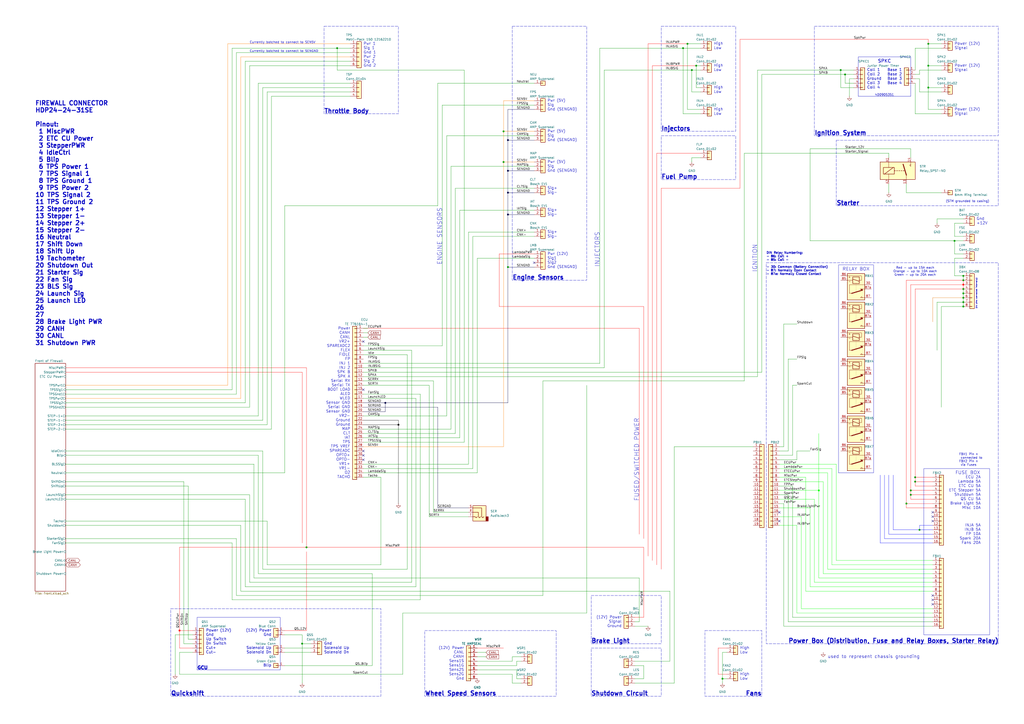
<source format=kicad_sch>
(kicad_sch (version 20250114) (generator "eeschema") (generator_version "9.0")
  (paper "A2")
  (title_block (title "FBR25 Loom - Electrical Diagram") (company "Full Blue Racing"))
  (rectangle (start 486.41 153.67) (end 506.73 274.32))
  (rectangle (start 99.06 353.06) (end 220.98 403.86) (stroke (width 0) (type dash)))
  (rectangle (start 246.38 365.76) (end 322.58 403.86) (stroke (width 0) (type dash)))
  (rectangle (start 472.44 15.24) (end 579.12 78.74) (stroke (width 0) (type dash)))
  (rectangle (start 485.14 81.28) (end 579.12 119.38) (stroke (width 0) (type dash)))
  (rectangle (start 114.3 358.14) (end 162.56 388.62))
  (rectangle (start 342.9 375.92) (end 383.54 403.86) (stroke (width 0) (type dash)))
  (rectangle (start 497.84 33.02) (end 528.32 55.88))
  (rectangle (start 342.9 345.44) (end 383.54 373.38) (stroke (width 0) (type dash)))
  (rectangle (start 408.94 365.76) (end 441.96 403.86) (stroke (width 0) (type dash)))
  (rectangle (start 444.5 152.4) (end 579.12 373.38) (stroke (width 0) (type dash)))
  (rectangle (start 383.54 15.24) (end 426.72 76.2) (stroke (width 0) (type dash)))
  (rectangle (start 187.96 15.24) (end 231.14 66.04) (stroke (width 0) (type dash)))
  (rectangle (start 297.18 15.24) (end 340.36 162.56) (stroke (width 0) (type dash)))
  (rectangle (start 535.94 271.78) (end 574.04 368.3))
  (rectangle (start 383.54 78.74) (end 426.72 104.14) (stroke (width 0) (type dash)))
  (text "High\nLow" (at 414.02 64.77 0) (effects (font (size 1.5748 1.5748)) (justify left)))
  (text "Sig+\nSig-\n " (at 317.5 137.16 0) (effects (font (size 1.5748 1.5748)) (justify left)))
  (text "Pwr (5V)\nSig\nGnd (SENGND)" (at 317.5 96.52 0) (effects (font (size 1.5748 1.5748)) (justify left)))
  (text "INJECTORS" (at 347.98 144.78 90) (effects (font (size 2.54 2.54)) (justify bottom)))
  (text "Sig+\nSig-" (at 317.5 123.19 0) (effects (font (size 1.5748 1.5748)) (justify left)))
  (text "ECU 2A\nLambda 5A\nETC CU 5A\nETC Stepper 5A\nShutdown 5A\nQS CU 5A\nBrake Light 5A\nMisc 10A\n\n\n\nINJA 5A\nINJB 5A\nFP 10A\nSpark 20A\nFans 20A\n " (at 568.96 297.18 0) (effects (font (size 1.5748 1.5748)) (justify right)))
  (text "(12V) Power\nCANL\nCANH\nSens1S\nSens1G\nSens2S\nSens2G\nGnd\n " (at 269.24 386.08 0) (effects (font (size 1.5748 1.5748)) (justify right)))
  (text "GCU" (at 114.3 388.62 0) (effects (font (size 1.905 1.905) (thickness 0.508) (bold yes)) (justify left bottom)))
  (text "(STM grounded to casing)" (at 548.64 116.84 0) (effects (font (size 1.27 1.27)) (justify left)))
  (text "Power (12V)\nSignal\n " (at 553.72 66.04 0) (effects (font (size 1.5748 1.5748)) (justify left)))
  (text "used to represent chassis grounding" (at 480.06 381 0) (effects (font (size 1.905 1.905) (thickness 0.1588)) (justify left)))
  (text "FBX1 Pin n \n connected to \nFBX2 Pin n\n via Fuses" (at 556.26 266.7 0) (effects (font (size 1.27 1.27)) (justify left)))
  (text "ENGINE SENSORS" (at 256.54 137.16 90) (effects (font (size 2.54 2.54)) (justify bottom)))
  (text "Power (12V)\nGnd\nUp Switch\nDn Switch\nCut+\nCut-\n " (at 119.38 373.38 0) (effects (font (size 1.5748 1.5748) (thickness 0.1969)) (justify left)))
  (text "Blip" (at 157.48 386.08 0) (effects (font (size 1.5748 1.5748) (thickness 0.1969)) (justify right)))
  (text "Power (12V)\nSignal\n " (at 553.72 40.64 0) (effects (font (size 1.5748 1.5748)) (justify left)))
  (text "Pwr (5V)\nSig\nGnd (SENGND)" (at 317.5 60.96 0) (effects (font (size 1.5748 1.5748)) (justify left)))
  (text "Sig+\nSig-\n " (at 317.5 111.76 0) (effects (font (size 1.5748 1.5748)) (justify left)))
  (text "(12V) Power\nGnd\n " (at 157.48 368.3 0) (effects (font (size 1.5748 1.5748) (thickness 0.1969)) (justify right)))
  (text "(12V) Power\nSignal\nGround" (at 360.68 360.68 0) (effects (font (size 1.5748 1.5748)) (justify right)))
  (text "Power Box (Distribution, Fuse and Relay Boxes, Starter Relay)" (at 457.2 373.38 0) (effects (font (size 2.54 2.54) (thickness 0.508) (bold yes)) (justify left bottom)))
  (text "Starter" (at 485.14 119.38 0) (effects (font (size 2.54 2.54) (thickness 0.508) (bold yes)) (justify left bottom)))
  (text "4D0905351" (at 513.08 55.88 0) (effects (font (size 1.27 1.27)) (justify bottom)))
  (text "Fans" (at 441.96 403.86 0) (effects (font (size 2.54 2.54) (thickness 0.508) (bold yes)) (justify right bottom)))
  (text "High\nLow" (at 429.26 377.19 0) (effects (font (size 1.5748 1.5748)) (justify left)))
  (text "Solenoid Up\nSolenoid Dn\n " (at 157.48 378.46 0) (effects (font (size 1.5748 1.5748) (thickness 0.1969)) (justify right)))
  (text "Fuel Pump" (at 383.54 104.14 0) (effects (font (size 2.54 2.54) (thickness 0.508) (bold yes)) (justify left bottom)))
  (text "Quickshift" (at 99.06 403.86 0) (effects (font (size 2.54 2.54) (thickness 0.508) (bold yes)) (justify left bottom)))
  (text "IGNITION" (at 439.42 149.86 90) (effects (font (size 2.54 2.54)) (justify bottom)))
  (text "Pwr (5V)\nSig\nGnd (SENGND)" (at 317.5 78.74 0) (effects (font (size 1.5748 1.5748)) (justify left)))
  (text "Currently botched to connect to SEN5V" (at 144.78 25.4 0) (effects (font (size 1.27 1.27)) (justify left bottom)))
  (text "Gnd\nSolenoid Up\nSolenoid Dn" (at 187.96 375.92 0) (effects (font (size 1.5748 1.5748) (thickness 0.1969)) (justify left)))
  (text "Pwr 1\nSig 1\nGnd 1\nPwr 2\nSig 2\nGnd 2\n " (at 210.82 33.02 0) (effects (font (size 1.5748 1.5748)) (justify left)))
  (text "(All pins connected internally)" (at 566.42 170.18 90) (effects (font (size 0.762 0.762))))
  (text "Currently botched to connect to SENGND" (at 144.78 30.48 0) (effects (font (size 1.27 1.27)) (justify left bottom)))
  (text "FIREWALL CONNECTOR\nHDP24-24-31SE\n\nPinout:\n 1 MiscPWR\n 2 ETC CU Power\n 3 StepperPWR\n 4 IdleCtrl\n 5 Blip\n 6 TPS Power 1\n 7 TPS Signal 1\n 8 TPS Ground 1\n 9 TPS Power 2\n10 TPS Signal 2\n11 TPS Ground 2\n12 Stepper 1+\n13 Stepper 1-\n14 Stepper 2+\n15 Stepper 2-\n16 Neutral\n17 Shift Down\n18 Shift Up\n19 Tachometer\n20 Shutdown Out\n21 Starter Sig\n22 Fan Sig\n23 BLS Sig\n24 Launch Sig\n25 Launch LED\n26 \n27 \n28 Brake Light PWR\n29 CANH\n30 CANL\n31 Shutdown PWR" (at 20.32 129.54 0) (effects (font (size 2.54 2.54) (thickness 0.508) (bold yes)) (justify left)))
  (text "High\nLow" (at 414.02 39.37 0) (effects (font (size 1.5748 1.5748)) (justify left)))
  (text "Red - up to 15A each\nOrange - up to 10A each\nGreen - up to 20A each" (at 530.86 157.48 0) (effects (font (size 1.27 1.27))))
  (text "Pwr (12V)\nSig1\nSig2\nGnd (SENGND)\n " (at 317.5 152.4 0) (effects (font (size 1.5748 1.5748)) (justify left)))
  (text "Base 1\nBase 2\nBase 3\nBase 4\n " (at 523.24 45.72 0) (effects (font (size 1.5748 1.5748) (thickness 0.1969)) (justify right)))
  (text "RELAY BOX" (at 496.57 156.21 0) (effects (font (size 1.905 1.905))))
  (text "Shutdown Circuit" (at 342.9 403.86 0) (effects (font (size 2.54 2.54) (thickness 0.508) (bold yes)) (justify left bottom)))
  (text "SPKC" (at 513.08 35.56 0) (effects (font (size 1.905 1.905) (thickness 0.254) (bold yes))))
  (text "FUSE BOX" (at 561.34 274.32 0) (effects (font (size 1.905 1.905))))
  (text "High\nLow" (at 414.02 52.07 0) (effects (font (size 1.5748 1.5748)) (justify left)))
  (text "High\nLow" (at 414.02 26.67 0) (effects (font (size 1.5748 1.5748)) (justify left)))
  (text "Wheel Speed Sensors" (at 246.38 403.86 0) (effects (font (size 2.54 2.54) (thickness 0.508) (bold yes)) (justify left bottom)))
  (text "Ignition System" (at 472.44 78.74 0) (effects (font (size 2.54 2.54) (thickness 0.508) (bold yes)) (justify left bottom)))
  (text "Brake Light" (at 342.9 373.38 0) (effects (font (size 2.54 2.54) (thickness 0.508) (bold yes)) (justify left bottom)))
  (text "Power (12V)\nSignal\n " (at 553.72 27.94 0) (effects (font (size 1.5748 1.5748)) (justify left)))
  (text "DIN Relay Numbering:\n- 86: Coil +\n- 85: Coil -\n\n- 30: Common (Battery Connection)\n- 87: Normally Open Contact\n- 87a: Normally Closed Contact" (at 444.5 146.05 0) (effects (font (size 1.27 1.27) (thickness 0.254) (bold yes)) (justify left top)))
  (text "Throttle Body" (at 187.96 66.04 0) (effects (font (size 2.54 2.54) (thickness 0.508) (bold yes)) (justify left bottom)))
  (text "Engine Sensors" (at 297.18 162.56 0) (effects (font (size 2.54 2.54) (thickness 0.508) (bold yes)) (justify left bottom)))
  (text "High\nLow" (at 429.26 392.43 0) (effects (font (size 1.5748 1.5748)) (justify left)))
  (text "Power\nCANH\nCANL\nVR2+\nSPAREADC2\nFLEX\nFIDLE\nFP\nINJ 1\nINJ 2\nSPK B\nSPK A\nSerial RX\nSerial TX\nBOOT LOAD\nALED\nWLED\nSensor GND\nSerial GND\nSensor GND\nVR2-\nGround\nGround\nMAP\nCLT\nIAT\nTPS\nTPS VREF\nSPAREADC\nOPTO+\nOPTO-\nVR1+\nVR1-\nO2\nTACHO" (at 203.2 233.68 0) (effects (font (size 1.5748 1.5748)) (justify right)))
  (text "Injectors" (at 383.54 76.2 0) (effects (font (size 2.54 2.54) (thickness 0.508) (bold yes)) (justify left bottom)))
  (text "Gnd\n+12V\n " (at 566.42 129.54 0) (effects (font (size 1.5748 1.5748)) (justify left)))
  (text "Coll 1\nColl 2\nGround\nColl 3\nColl 4" (at 502.92 45.72 0) (effects (font (size 1.5748 1.5748) (thickness 0.1969)) (justify left)))
  (text "FUSED/SWITCHED POWER" (at 370.84 266.7 90) (effects (font (size 2.54 2.54)) (justify bottom)))
  (junction (at 104.14 365.76) (color 255 0 0 1))
  (junction (at 528.32 284.48))
  (junction (at 538.48 50.8))
  (junction (at 558.8 175.26))
  (junction (at 558.8 177.8))
  (junction (at 294.64 154.94))
  (junction (at 294.64 99.06) (color 0 0 64 1))
  (junction (at 175.26 373.38))
  (junction (at 558.8 160.02))
  (junction (at 396.24 27.94))
  (junction (at 294.64 111.76) (color 0 0 64 1))
  (junction (at 487.68 40.64))
  (junction (at 403.86 38.1))
  (junction (at 530.86 276.86))
  (junction (at 223.52 233.68) (color 0 0 64 1))
  (junction (at 292.1 76.2))
  (junction (at 294.64 124.46) (color 0 0 64 1))
  (junction (at 528.32 287.02))
  (junction (at 177.8 317.5))
  (junction (at 419.1 393.7))
  (junction (at 558.8 162.56))
  (junction (at 538.48 38.1))
  (junction (at 525.78 292.1))
  (junction (at 398.78 25.4))
  (junction (at 558.8 170.18))
  (junction (at 195.58 27.94))
  (junction (at 490.22 43.18))
  (junction (at 533.4 307.34))
  (junction (at 558.8 172.72))
  (junction (at 474.98 284.48) (color 0 255 0 1))
  (junction (at 530.86 279.4))
  (junction (at 401.32 40.64))
  (junction (at 292.1 93.98))
  (junction (at 294.64 81.28) (color 0 0 64 1))
  (junction (at 553.72 139.7))
  (junction (at 538.48 25.4))
  (junction (at 558.8 165.1) (color 255 0 0 1))
  (junction (at 231.14 246.38) (color 1 1 1 1))
  (junction (at 558.8 167.64))
  (no_connect (at 210.82 226.06))
  (no_connect (at 210.82 198.12))
  (no_connect (at 210.82 261.62))
  (no_connect (at 452.12 297.18))
  (no_connect (at 210.82 264.16))
  (no_connect (at 541.02 345.44))
  (no_connect (at 541.02 347.98))
  (no_connect (at 541.02 297.18))
  (no_connect (at 210.82 266.7))
  (no_connect (at 452.12 302.26))
  (no_connect (at 541.02 350.52))
  (no_connect (at 541.02 302.26))
  (no_connect (at 309.88 152.4))
  (no_connect (at 541.02 299.72))
  (wire (pts (xy 210.82 205.74) (xy 236.22 205.74)))
  (wire (pts (xy 294.64 111.76) (xy 294.64 124.46)) (stroke (width 0) (color 0 0 64 1)))
  (wire (pts (xy 177.8 317.5) (xy 177.8 213.36)) (stroke (width 0) (color 255 0 0 1)))
  (wire (pts (xy 530.86 281.94) (xy 541.02 281.94)) (stroke (width 0) (color 255 0 0 1)))
  (wire (pts (xy 309.88 99.06) (xy 294.64 99.06)) (stroke (width 0) (color 0 0 64 1)))
  (wire (pts (xy 299.72 386.08) (xy 276.86 386.08)))
  (wire (pts (xy 462.28 261.62) (xy 462.28 266.7)))
  (wire (pts (xy 541.02 342.9) (xy 467.36 342.9)) (stroke (width 0) (color 0 255 0 1)))
  (wire (pts (xy 350.52 40.64) (xy 350.52 213.36)))
  (wire (pts (xy 558.8 160.02) (xy 558.8 162.56)))
  (wire (pts (xy 452.12 269.24) (xy 485.14 269.24)) (stroke (width 0) (color 0 255 0 1)))
  (wire (pts (xy 558.8 127) (xy 543.56 127)))
  (wire (pts (xy 340.36 223.52) (xy 340.36 355.6)))
  (wire (pts (xy 525.78 111.76) (xy 546.1 111.76)))
  (wire (pts (xy 396.24 27.94) (xy 406.4 27.94)))
  (wire (pts (xy 165.1 274.32) (xy 38.1 274.32)))
  (wire (pts (xy 261.62 96.52) (xy 261.62 248.92)))
  (wire (pts (xy 421.64 391.16) (xy 416.56 391.16)) (stroke (width 0) (color 255 0 0 1)))
  (wire (pts (xy 515.62 106.68) (xy 515.62 111.76)))
  (wire (pts (xy 154.94 53.34) (xy 203.2 53.34)))
  (wire (pts (xy 137.16 228.6) (xy 38.1 228.6)))
  (wire (pts (xy 421.64 378.46) (xy 419.1 378.46)))
  (wire (pts (xy 292.1 93.98) (xy 309.88 93.98)) (stroke (width 0) (color 255 127 0 1)))
  (wire (pts (xy 350.52 213.36) (xy 210.82 213.36)))
  (wire (pts (xy 38.1 241.3) (xy 149.86 241.3)))
  (wire (pts (xy 302.26 383.54) (xy 299.72 383.54)))
  (wire (pts (xy 546.1 38.1) (xy 538.48 38.1)))
  (wire (pts (xy 294.64 81.28) (xy 294.64 99.06)) (stroke (width 0) (color 0 0 64 1)))
  (wire (pts (xy 137.16 345.44) (xy 137.16 312.42)))
  (wire (pts (xy 309.88 96.52) (xy 261.62 96.52)))
  (wire (pts (xy 309.88 134.62) (xy 271.78 134.62)))
  (wire (pts (xy 485.14 325.12) (xy 541.02 325.12)) (stroke (width 0) (color 0 255 0 1)))
  (wire (pts (xy 431.8 88.9) (xy 515.62 88.9)))
  (wire (pts (xy 553.72 149.86) (xy 553.72 160.02)))
  (wire (pts (xy 137.16 30.48) (xy 137.16 228.6)))
  (wire (pts (xy 469.9 86.36) (xy 528.32 86.36)))
  (wire (pts (xy 558.8 177.8) (xy 546.1 177.8)))
  (wire (pts (xy 530.86 279.4) (xy 541.02 279.4)) (stroke (width 0) (color 255 0 0 1)))
  (wire (pts (xy 274.32 137.16) (xy 309.88 137.16)))
  (wire (pts (xy 528.32 287.02) (xy 528.32 289.56)) (stroke (width 0) (color 255 0 0 1)))
  (wire (pts (xy 259.08 78.74) (xy 309.88 78.74)))
  (wire (pts (xy 165.1 375.92) (xy 180.34 375.92)))
  (wire (pts (xy 132.08 223.52) (xy 38.1 223.52)) (stroke (width 0) (color 255 127 0 1)))
  (wire (pts (xy 378.46 38.1) (xy 403.86 38.1)) (stroke (width 0) (color 255 0 0 1)))
  (wire (pts (xy 210.82 251.46) (xy 264.16 251.46)))
  (wire (pts (xy 528.32 165.1) (xy 528.32 284.48)) (stroke (width 0) (color 255 0 0 1)))
  (wire (pts (xy 492.76 45.72) (xy 495.3 45.72)))
  (wire (pts (xy 289.56 177.8) (xy 373.38 177.8)) (stroke (width 0) (color 255 0 0 1)))
  (wire (pts (xy 111.76 368.3) (xy 101.6 368.3)))
  (wire (pts (xy 292.1 76.2) (xy 292.1 93.98)) (stroke (width 0) (color 255 127 0 1)))
  (wire (pts (xy 401.32 91.44) (xy 401.32 93.98)))
  (wire (pts (xy 149.86 332.74) (xy 149.86 264.16)))
  (wire (pts (xy 294.64 111.76) (xy 309.88 111.76)) (stroke (width 0) (color 0 0 64 1)))
  (wire (pts (xy 274.32 271.78) (xy 274.32 137.16)))
  (wire (pts (xy 165.1 365.76) (xy 177.8 365.76)) (stroke (width 0) (color 255 0 0 1)))
  (wire (pts (xy 309.88 109.22) (xy 264.16 109.22)))
  (wire (pts (xy 525.78 292.1) (xy 541.02 292.1)) (stroke (width 0) (color 255 0 0 1)))
  (wire (pts (xy 210.82 246.38) (xy 231.14 246.38)) (stroke (width 0) (color 1 1 1 1)))
  (wire (pts (xy 558.8 167.64) (xy 530.86 167.64)) (stroke (width 0) (color 255 0 0 1)))
  (wire (pts (xy 149.86 264.16) (xy 38.1 264.16)))
  (wire (pts (xy 38.1 287.02) (xy 144.78 287.02)))
  (wire (pts (xy 210.82 274.32) (xy 276.86 274.32)))
  (wire (pts (xy 142.24 340.36) (xy 241.3 340.36)))
  (wire (pts (xy 243.84 228.6) (xy 243.84 347.98)))
  (wire (pts (xy 467.36 276.86) (xy 452.12 276.86)) (stroke (width 0) (color 0 255 0 1)))
  (wire (pts (xy 558.8 165.1) (xy 528.32 165.1)) (stroke (width 0) (color 255 0 0 1)))
  (wire (pts (xy 276.86 383.54) (xy 297.18 383.54)))
  (wire (pts (xy 251.46 297.18) (xy 271.78 297.18)))
  (wire (pts (xy 142.24 233.68) (xy 38.1 233.68)))
  (wire (pts (xy 297.18 381) (xy 302.26 381)))
  (wire (pts (xy 401.32 53.34) (xy 401.32 40.64)))
  (wire (pts (xy 220.98 327.66) (xy 154.94 327.66)))
  (wire (pts (xy 553.72 137.16) (xy 558.8 137.16)))
  (wire (pts (xy 546.1 63.5) (xy 538.48 63.5)))
  (wire (pts (xy 254 294.64) (xy 254 236.22)) (stroke (width 0) (color 0 0 64 1)))
  (wire (pts (xy 256.54 200.66) (xy 256.54 60.96)))
  (wire (pts (xy 546.1 25.4) (xy 538.48 25.4)))
  (wire (pts (xy 388.62 383.54) (xy 388.62 342.9)))
  (wire (pts (xy 533.4 45.72) (xy 533.4 53.34)))
  (wire (pts (xy 482.6 271.78) (xy 482.6 327.66)) (stroke (width 0) (color 0 255 0 1)))
  (wire (pts (xy 203.2 30.48) (xy 137.16 30.48)))
  (wire (pts (xy 459.74 281.94) (xy 452.12 281.94)))
  (wire (pts (xy 370.84 335.28) (xy 147.32 335.28)))
  (wire (pts (xy 416.56 391.16) (xy 416.56 375.92)) (stroke (width 0) (color 255 0 0 1)))
  (wire (pts (xy 104.14 365.76) (xy 111.76 365.76)) (stroke (width 0) (color 255 0 0 1)))
  (wire (pts (xy 281.94 381) (xy 276.86 381)))
  (wire (pts (xy 210.82 203.2) (xy 238.76 203.2)))
  (wire (pts (xy 104.14 317.5) (xy 104.14 365.76)) (stroke (width 0) (color 255 0 0 1)))
  (wire (pts (xy 233.68 355.6) (xy 340.36 355.6)))
  (wire (pts (xy 487.68 40.64) (xy 487.68 50.8)))
  (wire (pts (xy 375.92 25.4) (xy 398.78 25.4)) (stroke (width 0) (color 255 0 0 1)))
  (wire (pts (xy 439.42 40.64) (xy 487.68 40.64)))
  (wire (pts (xy 469.9 294.64) (xy 452.12 294.64)) (stroke (width 0) (color 0 255 0 1)))
  (wire (pts (xy 147.32 269.24) (xy 38.1 269.24)))
  (wire (pts (xy 271.78 294.64) (xy 254 294.64)) (stroke (width 0) (color 0 0 64 1)))
  (wire (pts (xy 236.22 205.74) (xy 236.22 330.2)))
  (wire (pts (xy 294.64 154.94) (xy 294.64 233.68)) (stroke (width 0) (color 0 0 64 1)))
  (wire (pts (xy 541.02 304.8) (xy 533.4 304.8)) (stroke (width 0) (color 0 0 255 1)))
  (wire (pts (xy 210.82 233.68) (xy 223.52 233.68)) (stroke (width 0) (color 0 0 64 1)))
  (wire (pts (xy 518.16 275.59) (xy 518.16 307.34)) (stroke (width 0) (color 0 2 251 1)))
  (wire (pts (xy 452.12 259.08) (xy 454.66 259.08)))
  (wire (pts (xy 241.3 231.14) (xy 241.3 340.36)))
  (wire (pts (xy 210.82 190.5) (xy 213.36 190.5)))
  (wire (pts (xy 302.26 396.24) (xy 297.18 396.24)))
  (wire (pts (xy 157.48 55.88) (xy 157.48 248.92)))
  (wire (pts (xy 106.68 373.38) (xy 111.76 373.38)))
  (wire (pts (xy 210.82 231.14) (xy 241.3 231.14)))
  (wire (pts (xy 403.86 38.1) (xy 406.4 38.1)))
  (wire (pts (xy 406.4 53.34) (xy 401.32 53.34)))
  (wire (pts (xy 213.36 193.04) (xy 210.82 193.04)))
  (wire (pts (xy 154.94 246.38) (xy 154.94 53.34)))
  (wire (pts (xy 38.1 289.56) (xy 142.24 289.56)))
  (wire (pts (xy 419.1 393.7) (xy 421.64 393.7)))
  (wire (pts (xy 439.42 40.64) (xy 439.42 218.44)))
  (wire (pts (xy 269.24 256.54) (xy 210.82 256.54)))
  (wire (pts (xy 391.16 396.24) (xy 391.16 259.08)))
  (wire (pts (xy 248.92 299.72) (xy 248.92 223.52)))
  (wire (pts (xy 309.88 58.42) (xy 292.1 58.42)) (stroke (width 0) (color 255 127 0 1)))
  (wire (pts (xy 175.26 314.96) (xy 175.26 215.9)) (stroke (width 0) (color 255 0 0 1)))
  (wire (pts (xy 149.86 48.26) (xy 203.2 48.26)))
  (wire (pts (xy 482.6 327.66) (xy 541.02 327.66)) (stroke (width 0) (color 0 255 0 1)))
  (wire (pts (xy 480.06 274.32) (xy 452.12 274.32)) (stroke (width 0) (color 0 255 0 1)))
  (wire (pts (xy 510.54 275.59) (xy 510.54 314.96)) (stroke (width 0) (color 0 2 251 1)))
  (wire (pts (xy 177.8 317.5) (xy 104.14 317.5)) (stroke (width 0) (color 255 0 0 1)))
  (wire (pts (xy 309.88 147.32) (xy 289.56 147.32)) (stroke (width 0) (color 255 0 0 1)))
  (wire (pts (xy 233.68 391.16) (xy 233.68 355.6)))
  (wire (pts (xy 294.64 124.46) (xy 309.88 124.46)) (stroke (width 0) (color 0 0 64 1)))
  (wire (pts (xy 210.82 241.3) (xy 259.08 241.3)))
  (wire (pts (xy 515.62 91.44) (xy 515.62 88.9)))
  (wire (pts (xy 541.02 330.2) (xy 480.06 330.2)) (stroke (width 0) (color 0 255 0 1)))
  (wire (pts (xy 454.66 363.22) (xy 454.66 292.1)))
  (wire (pts (xy 276.86 274.32) (xy 276.86 149.86)))
  (wire (pts (xy 541.02 360.68) (xy 457.2 360.68)))
  (wire (pts (xy 454.66 259.08) (xy 454.66 187.96)))
  (wire (pts (xy 152.4 50.8) (xy 203.2 50.8)))
  (wire (pts (xy 210.82 190.5) (xy 370.84 190.5)) (stroke (width 0) (color 255 0 0 1)))
  (wire (pts (xy 104.14 375.92) (xy 111.76 375.92)) (stroke (width 0) (color 255 0 0 1)))
  (wire (pts (xy 398.78 25.4) (xy 406.4 25.4)))
  (wire (pts (xy 541.02 340.36) (xy 469.9 340.36)) (stroke (width 0) (color 0 255 0 1)))
  (wire (pts (xy 541.02 172.72) (xy 558.8 172.72)) (stroke (width 0) (color 226 113 0 1)))
  (wire (pts (xy 210.82 271.78) (xy 274.32 271.78)))
  (wire (pts (xy 292.1 93.98) (xy 292.1 259.08)) (stroke (width 0) (color 255 127 0 1)))
  (wire (pts (xy 104.14 378.46) (xy 104.14 391.16)))
  (wire (pts (xy 111.76 378.46) (xy 104.14 378.46)))
  (wire (pts (xy 152.4 330.2) (xy 152.4 261.62)))
  (wire (pts (xy 254 119.38) (xy 165.1 119.38)))
  (wire (pts (xy 139.7 342.9) (xy 139.7 304.8)))
  (wire (pts (xy 538.48 38.1) (xy 538.48 25.4)))
  (wire (pts (xy 175.26 373.38) (xy 175.26 396.24)))
  (wire (pts (xy 541.02 307.34) (xy 533.4 307.34)) (stroke (width 0) (color 0 0 255 1)))
  (wire (pts (xy 541.02 353.06) (xy 464.82 353.06)) (stroke (width 0) (color 0 255 0 1)))
  (wire (pts (xy 210.82 228.6) (xy 243.84 228.6)))
  (wire (pts (xy 525.78 162.56) (xy 525.78 292.1)) (stroke (width 0) (color 255 0 0 1)))
  (wire (pts (xy 538.48 25.4) (xy 538.48 22.86)) (stroke (width 0) (color 255 0 0 1)))
  (wire (pts (xy 530.86 45.72) (xy 533.4 45.72)))
  (wire (pts (xy 490.22 43.18) (xy 490.22 48.26)))
  (wire (pts (xy 403.86 50.8) (xy 406.4 50.8)))
  (wire (pts (xy 528.32 287.02) (xy 541.02 287.02)) (stroke (width 0) (color 255 0 0 1)))
  (wire (pts (xy 464.82 353.06) (xy 464.82 299.72)) (stroke (width 0) (color 0 255 0 1)))
  (wire (pts (xy 368.3 396.24) (xy 391.16 396.24)))
  (wire (pts (xy 154.94 327.66) (xy 154.94 302.26)))
  (wire (pts (xy 558.8 162.56) (xy 558.8 165.1)) (stroke (width 0) (color 255 0 0 1)))
  (wire (pts (xy 528.32 284.48) (xy 528.32 287.02)) (stroke (width 0) (color 255 0 0 1)))
  (wire (pts (xy 525.78 294.64) (xy 541.02 294.64)) (stroke (width 0) (color 255 0 0 1)))
  (wire (pts (xy 309.88 81.28) (xy 294.64 81.28)) (stroke (width 0) (color 0 0 64 1)))
  (wire (pts (xy 429.26 22.86) (xy 429.26 109.22)) (stroke (width 0) (color 255 0 0 1)))
  (wire (pts (xy 276.86 388.62) (xy 299.72 388.62)))
  (wire (pts (xy 541.02 337.82) (xy 472.44 337.82)) (stroke (width 0) (color 0 255 0 1)))
  (wire (pts (xy 469.9 86.36) (xy 469.9 139.7)))
  (wire (pts (xy 525.78 292.1) (xy 525.78 294.64)) (stroke (width 0) (color 255 0 0 1)))
  (wire (pts (xy 165.1 368.3) (xy 175.26 368.3)))
  (wire (pts (xy 149.86 241.3) (xy 149.86 48.26)))
  (wire (pts (xy 472.44 337.82) (xy 472.44 289.56)) (stroke (width 0) (color 0 255 0 1)))
  (wire (pts (xy 292.1 76.2) (xy 292.1 58.42)) (stroke (width 0) (color 255 127 0 1)))
  (wire (pts (xy 297.18 383.54) (xy 297.18 381)))
  (wire (pts (xy 38.1 226.06) (xy 134.62 226.06)))
  (wire (pts (xy 111.76 370.84) (xy 109.22 370.84)))
  (wire (pts (xy 543.56 175.26) (xy 558.8 175.26)))
  (wire (pts (xy 403.86 38.1) (xy 403.86 50.8)))
  (wire (pts (xy 137.16 312.42) (xy 38.1 312.42)))
  (wire (pts (xy 106.68 279.4) (xy 106.68 373.38)))
  (wire (pts (xy 457.2 208.28) (xy 457.2 261.62)))
  (wire (pts (xy 373.38 393.7) (xy 368.3 393.7)))
  (wire (pts (xy 462.28 355.6) (xy 462.28 304.8)) (stroke (width 0) (color 0 255 0 1)))
  (wire (pts (xy 528.32 284.48) (xy 541.02 284.48)) (stroke (width 0) (color 255 0 0 1)))
  (wire (pts (xy 558.8 149.86) (xy 553.72 149.86)))
  (wire (pts (xy 480.06 330.2) (xy 480.06 274.32)) (stroke (width 0) (color 0 255 0 1)))
  (wire (pts (xy 144.78 337.82) (xy 238.76 337.82)))
  (wire (pts (xy 210.82 220.98) (xy 251.46 220.98)))
  (wire (pts (xy 289.56 147.32) (xy 289.56 177.8)) (stroke (width 0) (color 255 0 0 1)))
  (wire (pts (xy 472.44 289.56) (xy 452.12 289.56)) (stroke (width 0) (color 0 255 0 1)))
  (wire (pts (xy 276.86 149.86) (xy 309.88 149.86)))
  (wire (pts (xy 231.14 243.84) (xy 231.14 246.38)) (stroke (width 0) (color 1 1 1 1)))
  (wire (pts (xy 142.24 35.56) (xy 142.24 233.68)))
  (wire (pts (xy 541.02 358.14) (xy 459.74 358.14)))
  (wire (pts (xy 513.08 312.42) (xy 541.02 312.42)) (stroke (width 0) (color 0 2 251 1)))
  (wire (pts (xy 454.66 187.96) (xy 462.28 187.96)))
  (wire (pts (xy 558.8 172.72) (xy 558.8 175.26)))
  (wire (pts (xy 38.1 236.22) (xy 144.78 236.22)))
  (wire (pts (xy 553.72 160.02) (xy 558.8 160.02)))
  (wire (pts (xy 215.9 332.74) (xy 149.86 332.74)))
  (wire (pts (xy 134.62 27.94) (xy 195.58 27.94)))
  (wire (pts (xy 401.32 40.64) (xy 406.4 40.64)))
  (wire (pts (xy 203.2 55.88) (xy 157.48 55.88)))
  (wire (pts (xy 525.78 106.68) (xy 525.78 111.76)))
  (wire (pts (xy 373.38 317.5) (xy 373.38 358.14)) (stroke (width 0) (color 255 0 0 1)))
  (wire (pts (xy 406.4 91.44) (xy 401.32 91.44)))
  (wire (pts (xy 175.26 215.9) (xy 38.1 215.9)) (stroke (width 0) (color 255 0 0 1)))
  (wire (pts (xy 419.1 378.46) (xy 419.1 393.7)))
  (wire (pts (xy 457.2 287.02) (xy 452.12 287.02)))
  (wire (pts (xy 515.62 275.59) (xy 515.62 309.88)) (stroke (width 0) (color 0 2 251 1)))
  (wire (pts (xy 530.86 48.26) (xy 530.86 66.04)))
  (wire (pts (xy 157.48 248.92) (xy 38.1 248.92)))
  (wire (pts (xy 299.72 383.54) (xy 299.72 386.08)))
  (wire (pts (xy 530.86 43.18) (xy 533.4 43.18)))
  (wire (pts (xy 441.96 43.18) (xy 490.22 43.18)))
  (wire (pts (xy 370.84 335.28) (xy 370.84 360.68)))
  (wire (pts (xy 238.76 203.2) (xy 238.76 337.82)))
  (wire (pts (xy 38.1 231.14) (xy 139.7 231.14)) (stroke (width 0) (color 255 127 0 1)))
  (wire (pts (xy 271.78 269.24) (xy 210.82 269.24)))
  (wire (pts (xy 541.02 332.74) (xy 477.52 332.74)) (stroke (width 0) (color 0 255 0 1)))
  (wire (pts (xy 254 236.22) (xy 210.82 236.22)) (stroke (width 0) (color 0 0 64 1)))
  (wire (pts (xy 467.36 342.9) (xy 467.36 276.86)) (stroke (width 0) (color 0 255 0 1)))
  (wire (pts (xy 231.14 246.38) (xy 231.14 292.1)) (stroke (width 0) (color 1 1 1 1)))
  (wire (pts (xy 558.8 139.7) (xy 553.72 139.7)))
  (wire (pts (xy 203.2 25.4) (xy 132.08 25.4)) (stroke (width 0) (color 255 127 0 1)))
  (wire (pts (xy 144.78 236.22) (xy 144.78 38.1)))
  (wire (pts (xy 144.78 287.02) (xy 144.78 337.82)))
  (wire (pts (xy 195.58 40.64) (xy 195.58 27.94)))
  (wire (pts (xy 254 48.26) (xy 254 119.38)))
  (wire (pts (xy 528.32 86.36) (xy 528.32 91.44)))
  (wire (pts (xy 541.02 363.22) (xy 454.66 363.22)))
  (wire (pts (xy 492.76 55.88) (xy 492.76 45.72)))
  (wire (pts (xy 546.1 50.8) (xy 538.48 50.8)))
  (wire (pts (xy 220.98 276.86) (xy 220.98 327.66)))
  (wire (pts (xy 248.92 223.52) (xy 210.82 223.52)))
  (wire (pts (xy 439.42 218.44) (xy 210.82 218.44)))
  (wire (pts (xy 373.38 177.8) (xy 373.38 312.42)) (stroke (width 0) (color 255 0 0 1)))
  (wire (pts (xy 266.7 121.92) (xy 266.7 254)))
  (wire (pts (xy 383.54 109.22) (xy 383.54 330.2)) (stroke (width 0) (color 255 0 0 1)))
  (wire (pts (xy 469.9 340.36) (xy 469.9 294.64)) (stroke (width 0) (color 0 255 0 1)))
  (wire (pts (xy 271.78 134.62) (xy 271.78 269.24)))
  (wire (pts (xy 495.3 50.8) (xy 487.68 50.8)))
  (wire (pts (xy 452.12 271.78) (xy 482.6 271.78)) (stroke (width 0) (color 0 255 0 1)))
  (wire (pts (xy 457.2 360.68) (xy 457.2 287.02)))
  (wire (pts (xy 533.4 53.34) (xy 546.1 53.34)))
  (wire (pts (xy 139.7 33.02) (xy 203.2 33.02)) (stroke (width 0) (color 255 127 0 1)))
  (wire (pts (xy 152.4 50.8) (xy 152.4 243.84)))
  (wire (pts (xy 558.8 167.64) (xy 558.8 170.18)))
  (wire (pts (xy 309.88 63.5) (xy 294.64 63.5)) (stroke (width 0) (color 0 0 64 1)))
  (wire (pts (xy 533.4 304.8) (xy 533.4 307.34)) (stroke (width 0) (color 0 0 255 1)))
  (wire (pts (xy 459.74 223.52) (xy 459.74 264.16)))
  (wire (pts (xy 154.94 302.26) (xy 38.1 302.26)))
  (wire (pts (xy 541.02 355.6) (xy 462.28 355.6)) (stroke (width 0) (color 0 255 0 1)))
  (wire (pts (xy 388.62 342.9) (xy 139.7 342.9)))
  (wire (pts (xy 518.16 307.34) (xy 533.4 307.34)) (stroke (width 0) (color 0 2 251 1)))
  (wire (pts (xy 553.72 147.32) (xy 558.8 147.32)))
  (wire (pts (xy 459.74 223.52) (xy 462.28 223.52)))
  (wire (pts (xy 474.98 335.28) (xy 474.98 284.48)) (stroke (width 0) (color 0 255 0 1)))
  (wire (pts (xy 269.24 40.64) (xy 269.24 256.54)))
  (wire (pts (xy 477.52 332.74) (xy 477.52 279.4)) (stroke (width 0) (color 0 255 0 1)))
  (wire (pts (xy 152.4 261.62) (xy 38.1 261.62)))
  (wire (pts (xy 144.78 38.1) (xy 203.2 38.1)))
  (wire (pts (xy 553.72 129.54) (xy 553.72 137.16)))
  (wire (pts (xy 368.3 363.22) (xy 375.92 363.22)))
  (wire (pts (xy 391.16 259.08) (xy 436.88 259.08)))
  (wire (pts (xy 261.62 248.92) (xy 210.82 248.92)))
  (wire (pts (xy 558.8 129.54) (xy 553.72 129.54)))
  (wire (pts (xy 210.82 254) (xy 266.7 254)))
  (wire (pts (xy 210.82 210.82) (xy 347.98 210.82)))
  (wire (pts (xy 477.52 279.4) (xy 452.12 279.4)) (stroke (width 0) (color 0 255 0 1)))
  (wire (pts (xy 175.26 373.38) (xy 180.34 373.38)))
  (wire (pts (xy 370.84 190.5) (xy 370.84 309.88)) (stroke (width 0) (color 255 0 0 1)))
  (wire (pts (xy 513.08 275.59) (xy 513.08 312.42)) (stroke (width 0) (color 0 2 251 1)))
  (wire (pts (xy 299.72 388.62) (xy 299.72 393.7)))
  (wire (pts (xy 195.58 27.94) (xy 203.2 27.94)))
  (wire (pts (xy 165.1 386.08) (xy 215.9 386.08)))
  (wire (pts (xy 416.56 375.92) (xy 421.64 375.92)) (stroke (width 0) (color 255 0 0 1)))
  (wire (pts (xy 210.82 259.08) (xy 292.1 259.08)) (stroke (width 0) (color 255 127 0 1)))
  (wire (pts (xy 541.02 335.28) (xy 474.98 335.28)) (stroke (width 0) (color 0 255 0 1)))
  (wire (pts (xy 490.22 48.26) (xy 495.3 48.26)))
  (wire (pts (xy 38.1 246.38) (xy 154.94 246.38)))
  (wire (pts (xy 541.02 309.88) (xy 515.62 309.88)) (stroke (width 0) (color 0 2 251 1)))
  (wire (pts (xy 177.8 317.5) (xy 373.38 317.5)) (stroke (width 0) (color 255 0 0 1)))
  (wire (pts (xy 530.86 66.04) (xy 546.1 66.04)))
  (wire (pts (xy 309.88 76.2) (xy 292.1 76.2)) (stroke (width 0) (color 255 127 0 1)))
  (wire (pts (xy 269.24 40.64) (xy 195.58 40.64)))
  (wire (pts (xy 223.52 238.76) (xy 223.52 233.68)) (stroke (width 0) (color 0 0 64 1)))
  (wire (pts (xy 299.72 393.7) (xy 302.26 393.7)))
  (wire (pts (xy 259.08 241.3) (xy 259.08 78.74)))
  (wire (pts (xy 474.98 284.48) (xy 452.12 284.48)) (stroke (width 0) (color 0 255 0 1)))
  (wire (pts (xy 375.92 25.4) (xy 375.92 322.58)) (stroke (width 0) (color 255 0 0 1)))
  (wire (pts (xy 152.4 243.84) (xy 38.1 243.84)))
  (wire (pts (xy 553.72 139.7) (xy 553.72 147.32)))
  (wire (pts (xy 429.26 22.86) (xy 538.48 22.86)) (stroke (width 0) (color 255 0 0 1)))
  (wire (pts (xy 530.86 276.86) (xy 530.86 279.4)) (stroke (width 0) (color 255 0 0 1)))
  (wire (pts (xy 175.26 368.3) (xy 175.26 373.38)))
  (wire (pts (xy 538.48 50.8) (xy 538.48 38.1)))
  (wire (pts (xy 314.96 345.44) (xy 137.16 345.44)))
  (wire (pts (xy 558.8 162.56) (xy 525.78 162.56)) (stroke (width 0) (color 255 0 0 1)))
  (wire (pts (xy 378.46 38.1) (xy 378.46 325.12)) (stroke (width 0) (color 255 0 0 1)))
  (wire (pts (xy 462.28 266.7) (xy 452.12 266.7)))
  (wire (pts (xy 347.98 27.94) (xy 396.24 27.94)))
  (wire (pts (xy 147.32 269.24) (xy 147.32 335.28)))
  (wire (pts (xy 264.16 109.22) (xy 264.16 251.46)))
  (wire (pts (xy 292.1 375.92) (xy 276.86 375.92)) (stroke (width 0) (color 255 0 0 1)))
  (wire (pts (xy 223.52 233.68) (xy 294.64 233.68)) (stroke (width 0) (color 0 0 64 1)))
  (wire (pts (xy 104.14 365.76) (xy 104.14 375.92)) (stroke (width 0) (color 255 0 0 1)))
  (wire (pts (xy 294.64 99.06) (xy 294.64 111.76)) (stroke (width 0) (color 0 0 64 1)))
  (wire (pts (xy 530.86 276.86) (xy 541.02 276.86)) (stroke (width 0) (color 255 0 0 1)))
  (wire (pts (xy 528.32 289.56) (xy 541.02 289.56)) (stroke (width 0) (color 255 0 0 1)))
  (wire (pts (xy 546.1 177.8) (xy 546.1 236.22)))
  (wire (pts (xy 294.64 63.5) (xy 294.64 81.28)) (stroke (width 0) (color 0 0 64 1)))
  (wire (pts (xy 314.96 220.98) (xy 314.96 345.44)))
  (wire (pts (xy 368.3 358.14) (xy 373.38 358.14)) (stroke (width 0) (color 255 0 0 1)))
  (wire (pts (xy 132.08 25.4) (xy 132.08 223.52)) (stroke (width 0) (color 255 127 0 1)))
  (wire (pts (xy 294.64 124.46) (xy 294.64 154.94)) (stroke (width 0) (color 0 0 64 1)))
  (wire (pts (xy 38.1 281.94) (xy 109.22 281.94)))
  (wire (pts (xy 373.38 386.08) (xy 373.38 393.7)))
  (wire (pts (xy 452.12 304.8) (xy 462.28 304.8)) (stroke (width 0) (color 0 255 0 1)))
  (wire (pts (xy 459.74 264.16) (xy 452.12 264.16)))
  (wire (pts (xy 546.1 27.94) (xy 530.86 27.94)))
  (wire (pts (xy 487.68 40.64) (xy 495.3 40.64)))
  (wire (pts (xy 543.56 127) (xy 543.56 129.54)))
  (wire (pts (xy 490.22 43.18) (xy 495.3 43.18)))
  (wire (pts (xy 457.2 208.28) (xy 462.28 208.28)))
  (wire (pts (xy 350.52 40.64) (xy 401.32 40.64)))
  (wire (pts (xy 406.4 63.5) (xy 398.78 63.5)))
  (wire (pts (xy 530.86 167.64) (xy 530.86 276.86)) (stroke (width 0) (color 255 0 0 1)))
  (wire (pts (xy 541.02 186.69) (xy 541.02 172.72)) (stroke (width 0) (color 226 113 0 1)))
  (wire (pts (xy 368.3 386.08) (xy 373.38 386.08)))
  (wire (pts (xy 457.2 261.62) (xy 452.12 261.62)))
  (wire (pts (xy 538.48 63.5) (xy 538.48 50.8)))
  (wire (pts (xy 254 48.26) (xy 309.88 48.26)))
  (wire (pts (xy 101.6 368.3) (xy 101.6 391.16)))
  (wire (pts (xy 210.82 276.86) (xy 220.98 276.86)))
  (wire (pts (xy 165.1 378.46) (xy 180.34 378.46)))
  (wire (pts (xy 297.18 391.16) (xy 276.86 391.16)))
  (wire (pts (xy 533.4 43.18) (xy 533.4 40.64)))
  (wire (pts (xy 558.8 175.26) (xy 558.8 177.8)))
  (wire (pts (xy 106.68 279.4) (xy 38.1 279.4)))
  (wire (pts (xy 281.94 378.46) (xy 276.86 378.46)))
  (wire (pts (xy 452.12 299.72) (xy 464.82 299.72)) (stroke (width 0) (color 0 255 0 1)))
  (wire (pts (xy 347.98 27.94) (xy 347.98 210.82)))
  (wire (pts (xy 429.26 109.22) (xy 383.54 109.22)) (stroke (width 0) (color 255 0 0 1)))
  (wire (pts (xy 134.62 314.96) (xy 38.1 314.96)))
  (wire (pts (xy 213.36 195.58) (xy 210.82 195.58)))
  (wire (pts (xy 203.2 35.56) (xy 142.24 35.56)))
  (wire (pts (xy 109.22 281.94) (xy 109.22 370.84)))
  (wire (pts (xy 142.24 289.56) (xy 142.24 340.36)))
  (wire (pts (xy 474.98 251.46) (xy 474.98 284.48)) (stroke (width 0) (color 0 255 0 1)))
  (wire (pts (xy 541.02 314.96) (xy 510.54 314.96)) (stroke (width 0) (color 0 2 251 1)))
  (wire (pts (xy 210.82 200.66) (xy 256.54 200.66)))
  (wire (pts (xy 210.82 215.9) (xy 441.96 215.9)))
  (wire (pts (xy 368.3 383.54) (xy 388.62 383.54)))
  (wire (pts (xy 558.8 165.1) (xy 558.8 167.64)) (stroke (width 0) (color 255 0 0 1)))
  (wire (pts (xy 530.86 279.4) (xy 530.86 281.94)) (stroke (width 0) (color 255 0 0 1)))
  (wire (pts (xy 431.8 88.9) (xy 431.8 220.98)))
  (wire (pts (xy 419.1 393.7) (xy 419.1 396.24)))
  (wire (pts (xy 104.14 391.16) (xy 233.68 391.16)))
  (wire (pts (xy 294.64 154.94) (xy 309.88 154.94)) (stroke (width 0) (color 0 0 64 1)))
  (wire (pts (xy 134.62 226.06) (xy 134.62 27.94)))
  (wire (pts (xy 396.24 66.04) (xy 396.24 27.94)))
  (wire (pts (xy 139.7 304.8) (xy 38.1 304.8)))
  (wire (pts (xy 210.82 238.76) (xy 223.52 238.76)) (stroke (width 0) (color 0 0 64 1)))
  (wire (pts (xy 266.7 121.92) (xy 309.88 121.92)))
  (wire (pts (xy 398.78 25.4) (xy 398.78 63.5)))
  (wire (pts (xy 530.86 27.94) (xy 530.86 40.64)))
  (wire (pts (xy 251.46 220.98) (xy 251.46 297.18)))
  (wire (pts (xy 459.74 358.14) (xy 459.74 281.94)))
  (wire (pts (xy 256.54 60.96) (xy 309.88 60.96)))
  (wire (pts (xy 210.82 243.84) (xy 231.14 243.84)) (stroke (width 0) (color 1 1 1 1)))
  (wire (pts (xy 370.84 360.68) (xy 368.3 360.68)))
  (wire (pts (xy 406.4 88.9) (xy 381 88.9)) (stroke (width 0) (color 255 0 0 1)))
  (wire (pts (xy 236.22 330.2) (xy 152.4 330.2)))
  (wire (pts (xy 485.14 269.24) (xy 485.14 325.12)) (stroke (width 0) (color 0 255 0 1)))
  (wire (pts (xy 177.8 320.04) (xy 177.8 365.76)) (stroke (width 0) (color 255 0 0 1)))
  (wire (pts (xy 558.8 170.18) (xy 558.8 172.72)))
  (wire (pts (xy 441.96 215.9) (xy 441.96 43.18)))
  (wire (pts (xy 469.9 139.7) (xy 553.72 139.7)))
  (wire (pts (xy 243.84 347.98) (xy 134.62 347.98)))
  (wire (pts (xy 431.8 220.98) (xy 314.96 220.98)))
  (wire (pts (xy 381 88.9) (xy 381 327.66)) (stroke (width 0) (color 255 0 0 1)))
  (wire (pts (xy 271.78 299.72) (xy 248.92 299.72)))
  (wire (pts (xy 134.62 347.98) (xy 134.62 314.96)))
  (wire (pts (xy 139.7 231.14) (xy 139.7 33.02)) (stroke (width 0) (color 255 127 0 1)))
  (wire (pts (xy 454.66 292.1) (xy 452.12 292.1)))
  (wire (pts (xy 177.8 213.36) (xy 38.1 213.36)) (stroke (width 0) (color 255 0 0 1)))
  (wire (pts (xy 297.18 396.24) (xy 297.18 391.16)))
  (wire (pts (xy 406.4 66.04) (xy 396.24 66.04)))
  (wire (pts (xy 533.4 40.64) (xy 546.1 40.64)))
  (wire (pts (xy 165.1 119.38) (xy 165.1 274.32)))
  (wire (pts (xy 215.9 332.74) (xy 215.9 386.08)))
  (wire (pts (xy 543.56 203.2) (xy 543.56 175.26)))
  (wire (pts (xy 462.28 261.62) (xy 469.9 261.62)))
  (label "Idle" (at 213.36 205.74 0))
  (label "SENGND" (at 213.36 233.68 0))
  (label "MiscPWR" (at 281.94 375.92 0))
  (label "SENGND" (at 299.72 124.46 0))
  (label "Starter_Signal" (at 490.22 88.9 0))
  (label "SPKA" (at 213.36 218.44 0))
  (label "LambdaPWR" (at 297.18 147.32 0))
  (label "QSCUPwr" (at 454.66 289.56 0))
  (label "CAMSig" (at 299.72 78.74 0))
  (label "INJASIG" (at 386.08 27.94 0))
  (label "SPKA" (at 474.98 40.64 0))
  (label "LambdaPwr" (at 454.66 271.78 0))
  (label "MAPSig" (at 299.72 96.52 0))
  (label "FPSSig" (at 213.36 200.66 0))
  (label "LaunchLED" (at 213.36 231.14 0))
  (label "TPS1Sig" (at 213.36 256.54 0))
  (label "Starter_12V" (at 490.22 86.36 0))
  (label "SENGND" (at 299.72 99.06 0))
  (label "Neutral" (at 299.72 48.26 0))
  (label "SPKB" (at 474.98 43.18 0))
  (label "CNK+" (at 213.36 269.24 0))
  (label "CAMSig" (at 213.36 241.3 0))
  (label "INJASIG" (at 213.36 210.82 0))
  (label "SEN5V" (at 299.72 93.98 0))
  (label "INJBSIG" (at 213.36 213.36 0))
  (label "SEN5V" (at 213.2522 259.08 0))
  (label "CNK+" (at 299.72 134.62 0))
  (label "SparkCut" (at 462.28 223.52 0))
  (label "CNK-" (at 213.36 271.78 0))
  (label "SparkCut" (at 213.36 391.16 180))
  (label "FanPwr" (at 454.66 292.1 0))
  (label "SERRX" (at 251.46 297.18 0))
  (label "SERTX" (at 248.92 299.72 0))
  (label "IATSig" (at 213.36 254 0))
  (label "SENGND" (at 299.72 154.94 0))
  (label "ShiftUp" (at 109.22 355.6 270))
  (label "INJAPwr" (at 462.28 299.72 0))
  (label "CNK-" (at 299.72 137.16 0))
  (label "LambdaSig" (at 297.18 149.86 0))
  (label "ETCCUPwr" (at 454.66 274.32 0))
  (label "SpkPwr" (at 495.3 22.86 0))
  (label "FPSig" (at 213.36 208.28 0))
  (label "FPSSig" (at 299.72 60.96 0))
  (label "INJBPWR" (at 386.08 38.1 0))
  (label "SEN5V" (at 299.72 58.42 0))
  (label "QS_12V" (at 177.8 365.76 180))
  (label "ECUPWR" (at 213.36 190.5 0))
  (label "CLTSig" (at 299.72 109.22 0))
  (label "QS_Blip" (at 213.36 386.08 180))
  (label "SENGND" (at 299.72 81.28 0))
  (label "ShutdownPwr" (at 454.66 284.48 0))
  (label "INJAPWR" (at 386.08 25.4 0))
  (label "SENGND" (at 299.72 63.5 0))
  (label "SERGND" (at 213.36 236.22 0))
  (label "LaunchSig" (at 213.36 203.2 0))
  (label "SERGND" (at 254 294.64 0))
  (label "BrakeLightPwr" (at 462.28 294.64 0))
  (label "ECUPwr" (at 454.66 269.24 0))
  (label "SENGND" (at 299.72 111.76 0))
  (label "SparkPwr" (at 454.66 287.02 0))
  (label "MiscPwr" (at 454.66 276.86 0))
  (label "SPKB" (at 213.36 215.9 0))
  (label "MiscPWR" (at 223.52 317.5 0))
  (label "ShiftDn" (at 106.68 355.6 270))
  (label "QSCUPwr" (at 104.14 355.6 270))
  (label "ETCStepPwr" (at 454.66 279.4 0))
  (label "FPPwr" (at 454.66 281.94 0))
  (label "IATSig" (at 299.72 121.92 0))
  (label "Tacho" (at 213.36 276.86 0))
  (label "SEN5V" (at 299.72 76.2 0))
  (label "SERRX" (at 213.36 220.98 0))
  (label "INJBSIG" (at 386.08 40.64 0))
  (label "INJBPwr" (at 462.28 304.8 0))
  (label "CLTSig" (at 213.36 251.46 0))
  (label "SENGND" (at 213.36 238.76 0))
  (label "FanSig" (at 213.36 228.6 0))
  (label "MiscPWR" (at 373.38 342.9 270))
  (label "LambdaSig" (at 213.36 274.32 0))
  (label "FanSig" (at 469.9 261.62 0))
  (label "MAPSig" (at 213.36 248.92 0))
  (label "FPSig" (at 462.28 208.28 0))
  (label "Shutdown" (at 462.28 187.96 0))
  (label "SERTX" (at 213.36 223.52 0))
  (global_label "CANL" (shape bidirectional) (at 38.1 325.12 0) (property "Intersheetrefs" "${INTERSHEET_REFS}" (effects (hide yes))))
  (global_label "CANL" (shape input) (at 213.36 195.58 0) (effects (font (thickness 0.1588))) (property "Intersheetrefs" "${INTERSHEET_REFS}" (effects (hide yes))))
  (global_label "CANH" (shape input) (at 213.36 193.04 0) (effects (font (thickness 0.1588))) (property "Intersheetrefs" "${INTERSHEET_REFS}" (effects (hide yes))))
  (global_label "CANL" (shape input) (at 281.94 378.46 0) (effects (font (thickness 0.1588))) (property "Intersheetrefs" "${INTERSHEET_REFS}" (effects (hide yes))))
  (global_label "CANH" (shape input) (at 281.94 381 0) (effects (font (thickness 0.1588))) (property "Intersheetrefs" "${INTERSHEET_REFS}" (effects (hide yes))))
  (global_label "CANH" (shape bidirectional) (at 38.1 327.66 0) (property "Intersheetrefs" "${INTERSHEET_REFS}" (effects (hide yes))))
  (symbol (lib_id "Connector_Generic:Conn_01x08") (at 271.78 383.54 0) (mirror y) (unit 1)
    (property "Reference" "WSR" (at 279.4 370.84 0) (effects (justify left)))
    (property "Value" "TE AMPSEAL" (at 279.4 373.38 0) (effects (justify left)))
    (property "Description" "Generic connector, single row, 01x08, script generated (kicad-library-utils/schlib/autogen/connector/)" (effects (hide yes)))
  )
  (symbol (lib_id "Connector_Audio:AudioJack3") (at 276.86 297.18 0) (mirror y) (unit 1)
    (property "Reference" "SER" (at 284.48 296.5449 0) (effects (justify right)))
    (property "Value" "AudioJack3" (at 284.48 299.0849 0) (effects (justify right)))
    (property "Description" "Audio Jack, 3 Poles (Stereo / TRS)" (effects (hide yes)))
  )
  (symbol (lib_id "Connector_Generic:Conn_01x02") (at 551.18 50.8 0) (unit 1)
    (property "Reference" "SPK3" (at 543.56 45.72 0) (effects (justify left)))
    (property "Value" "Conn_01x02" (at 543.56 48.26 0) (effects (justify left)))
    (property "Description" "Generic connector, single row, 01x02, script generated (kicad-library-utils/schlib/autogen/connector/)" (effects (hide yes)))
  )
  (symbol (lib_id "Relay:Relay_SPST-NO") (at 520.7 99.06 0) (unit 1)
    (property "Reference" "STR" (at 533.4 96.52 0) (effects (justify left)))
    (property "Value" "Relay_SPST-NO" (at 533.4 99.06 0) (effects (justify left)))
    (property "Description" "Relay SPST, normally open, EN50005" (effects (hide yes)))
  )
  (symbol (lib_id "Connector_Generic:Conn_01x02") (at 563.88 147.32 0) (unit 1)
    (property "Reference" "LVM" (at 556.26 142.24 0) (effects (justify left)))
    (property "Value" "Conn_01x02" (at 556.26 144.78 0) (effects (justify left)))
    (property "Description" "Generic connector, single row, 01x02, script generated (kicad-library-utils/schlib/autogen/connector/)" (effects (hide yes)))
  )
  (symbol (lib_id "Connector_Generic:Conn_01x02") (at 411.48 25.4 0) (unit 1)
    (property "Reference" "INJ1" (at 403.86 20.32 0) (effects (justify left)))
    (property "Value" "Conn_01x02" (at 403.86 22.86 0) (effects (justify left)))
    (property "Description" "Generic connector, single row, 01x02, script generated (kicad-library-utils/schlib/autogen/connector/)" (effects (hide yes)))
  )
  (symbol (lib_id "Connector_Generic:Conn_01x01") (at 160.02 386.08 0) (mirror y) (unit 1)
    (property "Reference" "QS4" (at 160.02 381 0) (effects (justify left)))
    (property "Value" "Green Conn" (at 160.02 383.54 0) (effects (justify left)))
    (property "Description" "Generic connector, single row, 01x01, script generated (kicad-library-utils/schlib/autogen/connector/)" (effects (hide yes)))
  )
  (symbol (lib_id "power:GND") (at 375.92 363.22 0) (unit 1)
    (property "Reference" "#PWR012" (effects (hide yes)))
    (property "Value" "GND" (at 375.92 368.3 0))
    (property "Description" "Power symbol creates a global label with name \"GND\" , ground" (effects (hide yes)))
  )
  (symbol (lib_id "Connector_Generic:Conn_01x16") (at 546.1 342.9 0) (unit 1)
    (property "Reference" "FBX1" (at 541.02 322.58 0) (effects (justify left)))
    (property "Value" "Conn_01x16" (effects (hide yes)))
    (property "Description" "Generic connector, single row, 01x16, script generated (kicad-library-utils/schlib/autogen/connector/)" (effects (hide yes)))
  )
  (symbol (lib_id "power:GND") (at 419.1 396.24 0) (unit 1)
    (property "Reference" "#PWR08" (effects (hide yes)))
    (property "Value" "GND" (at 419.1 401.32 0))
    (property "Description" "Power symbol creates a global label with name \"GND\" , ground" (effects (hide yes)))
  )
  (symbol (lib_id "Connector_Generic:Conn_01x01") (at 551.18 111.76 0) (unit 1)
    (property "Reference" "STM" (at 553.72 110.4899 0) (effects (justify left)))
    (property "Value" "6mm Ring Terminal" (at 553.72 113.0299 0) (effects (justify left)))
    (property "Description" "Generic connector, single row, 01x01, script generated (kicad-library-utils/schlib/autogen/connector/)" (effects (hide yes)))
  )
  (symbol (lib_id "Connector_Generic:Conn_01x03") (at 363.22 360.68 0) (mirror y) (unit 1)
    (property "Reference" "BKL" (at 370.84 353.06 0) (effects (justify left)))
    (property "Value" "Conn_01x03" (at 370.84 355.6 0) (effects (justify left)))
    (property "Description" "Generic connector, single row, 01x03, script generated (kicad-library-utils/schlib/autogen/connector/)" (effects (hide yes)))
  )
  (symbol (lib_id "power:GND") (at 231.14 292.1 0) (unit 1)
    (property "Reference" "#PWR013" (effects (hide yes)))
    (property "Value" "GND" (at 231.14 297.18 0))
    (property "Description" "Power symbol creates a global label with name \"GND\" , ground" (effects (hide yes)))
  )
  (symbol (lib_id "Connector_Generic:Conn_01x02") (at 307.34 393.7 0) (unit 1)
    (property "Reference" "WSR2" (at 299.72 388.62 0) (effects (justify left)))
    (property "Value" "Conn_01x02" (at 299.72 391.16 0) (effects (justify left)))
    (property "Description" "Generic connector, single row, 01x02, script generated (kicad-library-utils/schlib/autogen/connector/)" (effects (hide yes)))
  )
  (symbol (lib_id "Connector_Generic:Conn_01x02") (at 411.48 50.8 0) (unit 1)
    (property "Reference" "INJ3" (at 403.86 45.72 0) (effects (justify left)))
    (property "Value" "Conn_01x02" (at 403.86 48.26 0) (effects (justify left)))
    (property "Description" "Generic connector, single row, 01x02, script generated (kicad-library-utils/schlib/autogen/connector/)" (effects (hide yes)))
  )
  (symbol (lib_id "Connector_Generic:Conn_01x35") (at 205.74 233.68 0) (mirror y) (unit 1)
    (property "Reference" "ECU" (at 213.36 185.42 0) (effects (justify left)))
    (property "Value" "TE 776164-1" (at 213.36 187.96 0) (effects (justify left)))
    (property "Description" "Generic connector, single row, 01x35, script generated (kicad-library-utils/schlib/autogen/connector/)" (effects (hide yes)))
  )
  (symbol (lib_id "power:GND") (at 492.76 55.88 0) (unit 1)
    (property "Reference" "#PWR01" (effects (hide yes)))
    (property "Value" "GND" (at 492.76 60.96 0))
    (property "Description" "Power symbol creates a global label with name \"GND\" , ground" (effects (hide yes)))
  )
  (symbol (lib_id "Connector_Generic:Conn_01x02") (at 411.48 63.5 0) (unit 1)
    (property "Reference" "INJ4" (at 403.86 58.42 0) (effects (justify left)))
    (property "Value" "Conn_01x02" (at 403.86 60.96 0) (effects (justify left)))
    (property "Description" "Generic connector, single row, 01x02, script generated (kicad-library-utils/schlib/autogen/connector/)" (effects (hide yes)))
  )
  (symbol (lib_id "power:GND") (at 101.6 391.16 0) (unit 1)
    (property "Reference" "#PWR09" (effects (hide yes)))
    (property "Value" "GND" (at 101.6 396.24 0))
    (property "Description" "Power symbol creates a global label with name \"GND\" , ground" (effects (hide yes)))
  )
  (symbol (lib_id "power:GND") (at 515.62 111.76 0) (unit 1)
    (property "Reference" "#PWR03" (effects (hide yes)))
    (property "Value" "GND" (at 515.62 116.84 0))
    (property "Description" "Power symbol creates a global label with name \"GND\" , ground" (effects (hide yes)))
  )
  (symbol (lib_id "FBR_Symbols:Relay_SPDT_Automotive") (at 495.3 198.12 0) (unit 1)
    (property "Reference" "RBX3" (at 501.65 193.04 0) (effects (justify left)))
    (property "Value" "Relay_SPDT_Automotive" (effects (hide yes)))
    (property "Description" "Relay SPDT, monostable, EN50005" (effects (hide yes)))
  )
  (symbol (lib_id "Connector_Generic:Conn_01x06") (at 208.28 30.48 0) (unit 1)
    (property "Reference" "TPS" (at 200.66 20.32 0) (effects (justify left)))
    (property "Value" "Metri-Pack 150 12162210" (at 200.66 22.86 0) (effects (justify left)))
    (property "Description" "Generic connector, single row, 01x06, script generated (kicad-library-utils/schlib/autogen/connector/)" (effects (hide yes)))
  )
  (symbol (lib_id "FBR_Symbols:Relay_SPDT_Automotive") (at 495.3 165.1 0) (unit 1)
    (property "Reference" "RBX1" (at 501.65 160.02 0) (effects (justify left)))
    (property "Value" "Relay_SPDT_Automotive" (effects (hide yes)))
    (property "Description" "Relay SPDT, monostable, EN50005" (effects (hide yes)))
  )
  (symbol (lib_id "power:GND") (at 175.26 396.24 0) (unit 1)
    (property "Reference" "#PWR04" (effects (hide yes)))
    (property "Value" "GND" (at 175.26 401.32 0))
    (property "Description" "Power symbol creates a global label with name \"GND\" , ground" (effects (hide yes)))
  )
  (symbol (lib_id "FBR_Symbols:Relay_SPDT_Automotive") (at 495.3 181.61 0) (unit 1)
    (property "Reference" "RBX2" (at 501.65 176.53 0) (effects (justify left)))
    (property "Value" "Relay_SPDT_Automotive" (effects (hide yes)))
    (property "Description" "Relay SPDT, monostable, EN50005" (effects (hide yes)))
  )
  (symbol (lib_id "Connector_Generic:Conn_01x03") (at 314.96 78.74 0) (unit 1)
    (property "Reference" "CAM" (at 307.34 71.12 0) (effects (justify left)))
    (property "Value" "AMP Superseal" (at 307.34 73.66 0) (effects (justify left)))
    (property "Description" "Generic connector, single row, 01x03, script generated (kicad-library-utils/schlib/autogen/connector/)" (effects (hide yes)))
  )
  (symbol (lib_id "Connector_Generic:Conn_01x04") (at 525.78 43.18 0) (mirror y) (unit 1)
    (property "Reference" "SPKC2" (at 528.32 33.02 0) (effects (justify left)))
    (property "Value" "Bosch Jetronic" (effects (hide yes)))
    (property "Description" "Generic connector, single row, 01x04, script generated (kicad-library-utils/schlib/autogen/connector/)" (effects (hide yes)))
  )
  (symbol (lib_id "Connector_Generic:Conn_01x02") (at 160.02 375.92 0) (mirror y) (unit 1)
    (property "Reference" "QS3" (at 160.02 370.84 0) (effects (justify left)))
    (property "Value" "Yellow Conn" (at 160.02 373.38 0) (effects (justify left)))
    (property "Description" "Generic connector, single row, 01x02, script generated (kicad-library-utils/schlib/autogen/connector/)" (effects (hide yes)))
  )
  (symbol (lib_id "Connector_Generic:Conn_01x02") (at 551.18 38.1 0) (unit 1)
    (property "Reference" "SPK2" (at 543.56 33.02 0) (effects (justify left)))
    (property "Value" "Conn_01x02" (at 543.56 35.56 0) (effects (justify left)))
    (property "Description" "Generic connector, single row, 01x02, script generated (kicad-library-utils/schlib/autogen/connector/)" (effects (hide yes)))
  )
  (symbol (lib_id "FBR_Symbols:Relay_SPDT_Automotive") (at 495.3 214.63 0) (unit 1)
    (property "Reference" "RBX4" (at 501.65 209.55 0) (effects (justify left)))
    (property "Value" "Relay_SPDT_Automotive" (effects (hide yes)))
    (property "Description" "Relay SPDT, monostable, EN50005" (effects (hide yes)))
  )
  (symbol (lib_id "Connector_Generic:Conn_01x19") (at 441.96 281.94 0) (unit 1)
    (property "Reference" "PBX1" (at 436.88 256.54 0) (effects (justify left)))
    (property "Value" "Conn_01x19" (effects (hide yes)))
    (property "Description" "Generic connector, single row, 01x19, script generated (kicad-library-utils/schlib/autogen/connector/)" (effects (hide yes)))
  )
  (symbol (lib_id "Connector_Generic:Conn_01x02") (at 314.96 121.92 0) (unit 1)
    (property "Reference" "IAT" (at 307.34 116.84 0) (effects (justify left)))
    (property "Value" "Bosch EV1" (at 307.34 119.38 0) (effects (justify left)))
    (property "Description" "Generic connector, single row, 01x02, script generated (kicad-library-utils/schlib/autogen/connector/)" (effects (hide yes)))
  )
  (symbol (lib_id "Connector_Generic:Conn_01x04") (at 208.28 50.8 0) (unit 1)
    (property "Reference" "TSP" (at 200.66 43.18 0) (effects (justify left)))
    (property "Value" "Conn_01x04" (at 200.66 45.72 0) (effects (justify left)))
    (property "Description" "Generic connector, single row, 01x04, script generated (kicad-library-utils/schlib/autogen/connector/)" (effects (hide yes)))
  )
  (symbol (lib_id "power:GND") (at 401.32 93.98 0) (unit 1)
    (property "Reference" "#PWR05" (effects (hide yes)))
    (property "Value" "GND" (at 401.32 99.06 0))
    (property "Description" "Power symbol creates a global label with name \"GND\" , ground" (effects (hide yes)))
  )
  (symbol (lib_id "Connector_Generic:Conn_01x02") (at 411.48 38.1 0) (unit 1)
    (property "Reference" "INJ2" (at 403.86 33.02 0) (effects (justify left)))
    (property "Value" "Conn_01x02" (at 403.86 35.56 0) (effects (justify left)))
    (property "Description" "Generic connector, single row, 01x02, script generated (kicad-library-utils/schlib/autogen/connector/)" (effects (hide yes)))
  )
  (symbol (lib_id "power:GND") (at 276.86 393.7 0) (unit 1)
    (property "Reference" "#PWR019" (effects (hide yes)))
    (property "Value" "GND" (at 276.86 398.78 0))
    (property "Description" "Power symbol creates a global label with name \"GND\" , ground" (effects (hide yes)))
  )
  (symbol (lib_id "FBR_Symbols:Relay_SPDT_Automotive") (at 495.3 247.65 0) (unit 1)
    (property "Reference" "RBX6" (at 501.65 242.57 0) (effects (justify left)))
    (property "Value" "Relay_SPDT_Automotive" (effects (hide yes)))
    (property "Description" "Relay SPDT, monostable, EN50005" (effects (hide yes)))
  )
  (symbol (lib_id "Connector_Generic:Conn_01x05") (at 500.38 45.72 0) (unit 1)
    (property "Reference" "SPKC1" (at 497.84 35.56 0) (effects (justify left)))
    (property "Value" "Junior Power Timer" (at 502.92 38.1 0) (effects (justify left)))
    (property "Description" "Generic connector, single row, 01x05, script generated (kicad-library-utils/schlib/autogen/connector/)" (effects (hide yes)))
  )
  (symbol (lib_id "Connector_Generic:Conn_01x02") (at 563.88 129.54 0) (mirror x) (unit 1)
    (property "Reference" "BAT" (at 556.26 121.92 0) (effects (justify left)))
    (property "Value" "Conn_01x02" (at 556.26 124.46 0) (effects (justify left)))
    (property "Description" "Generic connector, single row, 01x02, script generated (kicad-library-utils/schlib/autogen/connector/)" (effects (hide yes)))
  )
  (symbol (lib_id "FBR_Symbols:Relay_SPDT_Automotive") (at 495.3 231.14 0) (unit 1)
    (property "Reference" "RBX5" (at 501.65 226.06 0) (effects (justify left)))
    (property "Value" "Relay_SPDT_Automotive" (effects (hide yes)))
    (property "Description" "Relay SPDT, monostable, EN50005" (effects (hide yes)))
  )
  (symbol (lib_id "Connector_Generic:Conn_01x06") (at 116.84 370.84 0) (unit 1)
    (property "Reference" "QS1" (at 116.84 360.68 0) (effects (justify left)))
    (property "Value" "AMP Superseal" (at 116.84 363.22 0) (effects (justify left)))
    (property "Description" "Generic connector, single row, 01x06, script generated (kicad-library-utils/schlib/autogen/connector/)" (effects (hide yes)))
  )
  (symbol (lib_id "Connector_Generic:Conn_01x02") (at 307.34 381 0) (unit 1)
    (property "Reference" "WSR1" (at 299.72 375.92 0) (effects (justify left)))
    (property "Value" "Conn_01x02" (at 299.72 378.46 0) (effects (justify left)))
    (property "Description" "Generic connector, single row, 01x02, script generated (kicad-library-utils/schlib/autogen/connector/)" (effects (hide yes)))
  )
  (symbol (lib_id "Connector_Generic:Conn_01x02") (at 314.96 109.22 0) (unit 1)
    (property "Reference" "CLT" (at 307.34 104.14 0) (effects (justify left)))
    (property "Value" "Bosch EV1" (at 307.34 106.68 0) (effects (justify left)))
    (property "Description" "Generic connector, single row, 01x02, script generated (kicad-library-utils/schlib/autogen/connector/)" (effects (hide yes)))
  )
  (symbol (lib_id "Connector_Generic:Conn_01x02") (at 563.88 137.16 0) (unit 1)
    (property "Reference" "FSE" (at 556.26 132.08 0) (effects (justify left)))
    (property "Value" "Conn_01x02" (at 556.26 134.62 0) (effects (justify left)))
    (property "Description" "Generic connector, single row, 01x02, script generated (kicad-library-utils/schlib/autogen/connector/)" (effects (hide yes)))
  )
  (symbol (lib_id "Connector_Generic:Conn_01x16") (at 546.1 294.64 0) (unit 1)
    (property "Reference" "FBX2" (at 541.02 274.32 0) (effects (justify left)))
    (property "Value" "Conn_01x16" (effects (hide yes)))
    (property "Description" "Generic connector, single row, 01x16, script generated (kicad-library-utils/schlib/autogen/connector/)" (effects (hide yes)))
  )
  (symbol (lib_id "Connector_Generic:Conn_01x04") (at 314.96 149.86 0) (unit 1)
    (property "Reference" "LMB" (at 307.34 142.24 0) (effects (justify left)))
    (property "Value" "AMP Superseal" (at 307.34 144.78 0) (effects (justify left)))
    (property "Description" "Generic connector, single row, 01x04, script generated (kicad-library-utils/schlib/autogen/connector/)" (effects (hide yes)))
  )
  (symbol (lib_id "Connector_Generic:Conn_01x02") (at 363.22 383.54 0) (mirror y) (unit 1)
    (property "Reference" "RES" (at 370.84 378.46 0) (effects (justify left)))
    (property "Value" "Conn_01x02" (at 370.84 381 0) (effects (justify left)))
    (property "Description" "Generic connector, single row, 01x02, script generated (kicad-library-utils/schlib/autogen/connector/)" (effects (hide yes)))
  )
  (symbol (lib_id "Connector_Generic:Conn_01x02") (at 363.22 393.7 0) (mirror y) (unit 1)
    (property "Reference" "LES" (at 370.84 388.62 0) (effects (justify left)))
    (property "Value" "Conn_01x02" (at 370.84 391.16 0) (effects (justify left)))
    (property "Description" "Generic connector, single row, 01x02, script generated (kicad-library-utils/schlib/autogen/connector/)" (effects (hide yes)))
  )
  (symbol (lib_id "Connector_Generic:Conn_01x08") (at 563.88 167.64 0) (unit 1)
    (property "Reference" "DBX" (at 556.26 154.94 0) (effects (justify left)))
    (property "Value" "Conn_01x08" (at 556.26 157.48 0) (effects (justify left)))
    (property "Description" "Generic connector, single row, 01x08, script generated (kicad-library-utils/schlib/autogen/connector/)" (effects (hide yes)))
  )
  (symbol (lib_id "power:GND") (at 543.56 129.54 0) (unit 1)
    (property "Reference" "#PWR07" (effects (hide yes)))
    (property "Value" "GND" (at 543.56 134.62 0))
    (property "Description" "Power symbol creates a global label with name \"GND\" , ground" (effects (hide yes)))
  )
  (symbol (lib_id "FBR_Symbols:Relay_SPDT_Automotive") (at 495.3 264.16 0) (unit 1)
    (property "Reference" "RBX7" (at 501.65 259.08 0) (effects (justify left)))
    (property "Value" "Relay_SPDT_Automotive" (effects (hide yes)))
    (property "Description" "Relay SPDT, monostable, EN50005" (effects (hide yes)))
  )
  (symbol (lib_id "Connector_Generic:Conn_01x03") (at 314.96 96.52 0) (unit 1)
    (property "Reference" "MAP" (at 307.34 88.9 0) (effects (justify left)))
    (property "Value" "AMP Superseal" (at 307.34 91.44 0) (effects (justify left)))
    (property "Description" "Generic connector, single row, 01x03, script generated (kicad-library-utils/schlib/autogen/connector/)" (effects (hide yes)))
  )
  (symbol (lib_id "Connector_Generic:Conn_01x02") (at 426.72 391.16 0) (unit 1)
    (property "Reference" "FAN2" (at 419.1 386.08 0) (effects (justify left)))
    (property "Value" "Conn_01x02" (at 419.1 388.62 0) (effects (justify left)))
    (property "Description" "Generic connector, single row, 01x02, script generated (kicad-library-utils/schlib/autogen/connector/)" (effects (hide yes)))
  )
  (symbol (lib_id "Connector_Generic:Conn_01x03") (at 314.96 60.96 0) (unit 1)
    (property "Reference" "FPS" (at 307.34 53.34 0) (effects (justify left)))
    (property "Value" "AMP Superseal" (at 307.34 55.88 0) (effects (justify left)))
    (property "Description" "Generic connector, single row, 01x03, script generated (kicad-library-utils/schlib/autogen/connector/)" (effects (hide yes)))
  )
  (symbol (lib_id "Connector_Generic:Conn_01x02") (at 426.72 375.92 0) (unit 1)
    (property "Reference" "FAN1" (at 419.1 370.84 0) (effects (justify left)))
    (property "Value" "Conn_01x02" (at 419.1 373.38 0) (effects (justify left)))
    (property "Description" "Generic connector, single row, 01x02, script generated (kicad-library-utils/schlib/autogen/connector/)" (effects (hide yes)))
  )
  (symbol (lib_id "Connector_Generic:Conn_01x02") (at 551.18 63.5 0) (unit 1)
    (property "Reference" "SPK4" (at 543.56 58.42 0) (effects (justify left)))
    (property "Value" "Conn_01x02" (at 543.56 60.96 0) (effects (justify left)))
    (property "Description" "Generic connector, single row, 01x02, script generated (kicad-library-utils/schlib/autogen/connector/)" (effects (hide yes)))
  )
  (symbol (lib_id "Connector_Generic:Conn_01x02") (at 314.96 134.62 0) (unit 1)
    (property "Reference" "CNK" (at 307.34 129.54 0) (effects (justify left)))
    (property "Value" "Bosch EV1" (at 307.34 132.08 0) (effects (justify left)))
    (property "Description" "Generic connector, single row, 01x02, script generated (kicad-library-utils/schlib/autogen/connector/)" (effects (hide yes)))
  )
  (symbol (lib_id "Connector_Generic:Conn_01x01") (at 314.96 48.26 0) (unit 1)
    (property "Reference" "NEU" (at 307.34 43.18 0) (effects (justify left)))
    (property "Value" "AMP Superseal" (at 307.34 45.72 0) (effects (justify left)))
    (property "Description" "Generic connector, single row, 01x01, script generated (kicad-library-utils/schlib/autogen/connector/)" (effects (hide yes)))
  )
  (symbol (lib_id "Connector_Generic:Conn_01x02") (at 160.02 365.76 0) (mirror y) (unit 1)
    (property "Reference" "QS2" (at 160.02 360.68 0) (effects (justify left)))
    (property "Value" "Blue Conn" (at 160.02 363.22 0) (effects (justify left)))
    (property "Description" "Generic connector, single row, 01x02, script generated (kicad-library-utils/schlib/autogen/connector/)" (effects (hide yes)))
  )
  (symbol (lib_id "Connector_Generic:Conn_01x03") (at 185.42 375.92 0) (unit 1)
    (property "Reference" "QSS" (at 177.8 368.3 0) (effects (justify left)))
    (property "Value" "Conn_01x03" (at 177.8 370.84 0) (effects (justify left)))
    (property "Description" "Generic connector, single row, 01x03, script generated (kicad-library-utils/schlib/autogen/connector/)" (effects (hide yes)))
  )
  (symbol (lib_id "Connector_Generic:Conn_01x02") (at 551.18 25.4 0) (unit 1)
    (property "Reference" "SPK1" (at 543.56 20.32 0) (effects (justify left)))
    (property "Value" "Conn_01x02" (at 543.56 22.86 0) (effects (justify left)))
    (property "Description" "Generic connector, single row, 01x02, script generated (kicad-library-utils/schlib/autogen/connector/)" (effects (hide yes)))
  )
  (symbol (lib_id "Connector_Generic:Conn_01x19") (at 447.04 281.94 0) (mirror y) (unit 1)
    (property "Reference" "PBX2" (at 452.12 256.54 0) (effects (justify left)))
    (property "Value" "Conn_01x19" (effects (hide yes)))
    (property "Description" "Generic connector, single row, 01x19, script generated (kicad-library-utils/schlib/autogen/connector/)" (effects (hide yes)))
  )
  (symbol (lib_id "power:GND") (at 477.52 378.46 0) (unit 1)
    (property "Reference" "#PWR02" (effects (hide yes)))
    (property "Value" "GND" (at 477.52 383.54 0))
    (property "Description" "Power symbol creates a global label with name \"GND\" , ground" (effects (hide yes)))
  )
  (symbol (lib_id "Connector_Generic:Conn_01x02") (at 411.48 88.9 0) (unit 1)
    (property "Reference" "FLP" (at 403.86 83.82 0) (effects (justify left)))
    (property "Value" "Conn_01x02" (at 403.86 86.36 0) (effects (justify left)))
    (property "Description" "Generic connector, single row, 01x02, script generated (kicad-library-utils/schlib/autogen/connector/)" (effects (hide yes)))
  )
  (sheet (at 20.32 210.82) (size 17.78 132.08) (stroke (width 0.1524))
    (property "Sheetname" "Front of Firewall" (at 20.32 210.1084 0) (effects (justify left bottom)))
    (property "Sheetfile" "front.kicad_sch" (at 20.32 343.4846 0) (effects (justify left top)))
    (pin "LaunchSig" output (at 38.1 287.02 0))
    (pin "LaunchLED" input (at 38.1 289.56 0))
    (pin "Shutdown" output (at 38.1 304.8 0))
    (pin "ShiftUp" output (at 38.1 281.94 0))
    (pin "Tacho" input (at 38.1 302.26 0))
    (pin "StarterSig" output (at 38.1 312.42 0))
    (pin "FanSig" output (at 38.1 314.96 0))
    (pin "ShiftDn" output (at 38.1 279.4 0))
    (pin "Neutral" input (at 38.1 274.32 0))
    (pin "TPSGnd2" output (at 38.1 236.22 0))
    (pin "IdleCtrl" input (at 38.1 261.62 0))
    (pin "StepperPWR" input (at 38.1 215.9 0))
    (pin "TPSSig1" input (at 38.1 226.06 0))
    (pin "TPSGnd1" output (at 38.1 228.6 0))
    (pin "MiscPWR" input (at 38.1 213.36 0))
    (pin "TPSSig2" input (at 38.1 233.68 0))
    (pin "TPSPwr1" output (at 38.1 223.52 0))
    (pin "TPSPwr2" output (at 38.1 231.14 0))
    (pin "BLSSig" output (at 38.1 269.24 0))
    (pin "Blip" input (at 38.1 264.16 0))
    (pin "CANL" bidirectional (at 38.1 325.12 0))
    (pin "CANH" bidirectional (at 38.1 327.66 0))
    (pin "STEP-1-" output (at 38.1 243.84 0))
    (pin "STEP-1+" output (at 38.1 241.3 0))
    (pin "STEP-2+" output (at 38.1 246.38 0))
    (pin "STEP-2-" output (at 38.1 248.92 0))
    (pin "Brake Light Power" input (at 38.1 320.04 0))
    (pin "ETC CU Power" input (at 38.1 218.44 0))
    (pin "Shutdown Power" input (at 38.1 332.74 0))
  )
)
</source>
